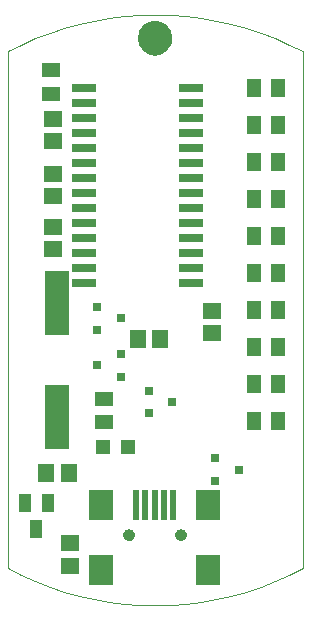
<source format=gts>
G75*
G70*
%OFA0B0*%
%FSLAX24Y24*%
%IPPOS*%
%LPD*%
%AMOC8*
5,1,8,0,0,1.08239X$1,22.5*
%
%ADD10C,0.0010*%
%ADD11C,0.0000*%
%ADD12C,0.1142*%
%ADD13R,0.0473X0.0591*%
%ADD14R,0.0820X0.0260*%
%ADD15R,0.0316X0.0276*%
%ADD16R,0.0237X0.1024*%
%ADD17R,0.0827X0.1024*%
%ADD18C,0.0394*%
%ADD19R,0.0631X0.0552*%
%ADD20R,0.0552X0.0631*%
%ADD21R,0.0800X0.2140*%
%ADD22R,0.0591X0.0473*%
%ADD23R,0.0434X0.0591*%
%ADD24R,0.0512X0.0512*%
D10*
X001794Y001371D02*
X001794Y018596D01*
X001794Y001371D02*
X002251Y001141D01*
X002720Y000934D01*
X003198Y000750D01*
X003685Y000590D01*
X004179Y000453D01*
X004679Y000341D01*
X005183Y000254D01*
X005692Y000191D01*
X006203Y000154D01*
X006715Y000141D01*
X007227Y000154D01*
X007738Y000191D01*
X008247Y000254D01*
X008751Y000341D01*
X009251Y000453D01*
X009745Y000590D01*
X010232Y000750D01*
X010710Y000934D01*
X011179Y001141D01*
X011636Y001371D01*
X011637Y001371D02*
X011637Y018596D01*
X011636Y018596D02*
X011179Y018826D01*
X010710Y019033D01*
X010232Y019217D01*
X009745Y019377D01*
X009251Y019514D01*
X008751Y019626D01*
X008247Y019713D01*
X007738Y019776D01*
X007227Y019813D01*
X006715Y019826D01*
X006203Y019813D01*
X005692Y019776D01*
X005183Y019713D01*
X004679Y019626D01*
X004179Y019514D01*
X003685Y019377D01*
X003198Y019217D01*
X002720Y019033D01*
X002251Y018826D01*
X001794Y018596D01*
D11*
X006143Y019041D02*
X006145Y019088D01*
X006151Y019134D01*
X006161Y019180D01*
X006174Y019225D01*
X006192Y019268D01*
X006213Y019310D01*
X006237Y019350D01*
X006265Y019387D01*
X006296Y019422D01*
X006330Y019455D01*
X006366Y019484D01*
X006405Y019510D01*
X006446Y019533D01*
X006489Y019552D01*
X006533Y019568D01*
X006578Y019580D01*
X006624Y019588D01*
X006671Y019592D01*
X006717Y019592D01*
X006764Y019588D01*
X006810Y019580D01*
X006855Y019568D01*
X006899Y019552D01*
X006942Y019533D01*
X006983Y019510D01*
X007022Y019484D01*
X007058Y019455D01*
X007092Y019422D01*
X007123Y019387D01*
X007151Y019350D01*
X007175Y019310D01*
X007196Y019268D01*
X007214Y019225D01*
X007227Y019180D01*
X007237Y019134D01*
X007243Y019088D01*
X007245Y019041D01*
X007243Y018994D01*
X007237Y018948D01*
X007227Y018902D01*
X007214Y018857D01*
X007196Y018814D01*
X007175Y018772D01*
X007151Y018732D01*
X007123Y018695D01*
X007092Y018660D01*
X007058Y018627D01*
X007022Y018598D01*
X006983Y018572D01*
X006942Y018549D01*
X006899Y018530D01*
X006855Y018514D01*
X006810Y018502D01*
X006764Y018494D01*
X006717Y018490D01*
X006671Y018490D01*
X006624Y018494D01*
X006578Y018502D01*
X006533Y018514D01*
X006489Y018530D01*
X006446Y018549D01*
X006405Y018572D01*
X006366Y018598D01*
X006330Y018627D01*
X006296Y018660D01*
X006265Y018695D01*
X006237Y018732D01*
X006213Y018772D01*
X006192Y018814D01*
X006174Y018857D01*
X006161Y018902D01*
X006151Y018948D01*
X006145Y018994D01*
X006143Y019041D01*
X005651Y002481D02*
X005653Y002507D01*
X005659Y002533D01*
X005669Y002558D01*
X005682Y002581D01*
X005698Y002601D01*
X005718Y002619D01*
X005740Y002634D01*
X005763Y002646D01*
X005789Y002654D01*
X005815Y002658D01*
X005841Y002658D01*
X005867Y002654D01*
X005893Y002646D01*
X005917Y002634D01*
X005938Y002619D01*
X005958Y002601D01*
X005974Y002581D01*
X005987Y002558D01*
X005997Y002533D01*
X006003Y002507D01*
X006005Y002481D01*
X006003Y002455D01*
X005997Y002429D01*
X005987Y002404D01*
X005974Y002381D01*
X005958Y002361D01*
X005938Y002343D01*
X005916Y002328D01*
X005893Y002316D01*
X005867Y002308D01*
X005841Y002304D01*
X005815Y002304D01*
X005789Y002308D01*
X005763Y002316D01*
X005739Y002328D01*
X005718Y002343D01*
X005698Y002361D01*
X005682Y002381D01*
X005669Y002404D01*
X005659Y002429D01*
X005653Y002455D01*
X005651Y002481D01*
X007383Y002481D02*
X007385Y002507D01*
X007391Y002533D01*
X007401Y002558D01*
X007414Y002581D01*
X007430Y002601D01*
X007450Y002619D01*
X007472Y002634D01*
X007495Y002646D01*
X007521Y002654D01*
X007547Y002658D01*
X007573Y002658D01*
X007599Y002654D01*
X007625Y002646D01*
X007649Y002634D01*
X007670Y002619D01*
X007690Y002601D01*
X007706Y002581D01*
X007719Y002558D01*
X007729Y002533D01*
X007735Y002507D01*
X007737Y002481D01*
X007735Y002455D01*
X007729Y002429D01*
X007719Y002404D01*
X007706Y002381D01*
X007690Y002361D01*
X007670Y002343D01*
X007648Y002328D01*
X007625Y002316D01*
X007599Y002308D01*
X007573Y002304D01*
X007547Y002304D01*
X007521Y002308D01*
X007495Y002316D01*
X007471Y002328D01*
X007450Y002343D01*
X007430Y002361D01*
X007414Y002381D01*
X007401Y002404D01*
X007391Y002429D01*
X007385Y002455D01*
X007383Y002481D01*
D12*
X006694Y019041D03*
D13*
X010013Y017366D03*
X010800Y017366D03*
X010800Y016135D03*
X010800Y014905D03*
X010800Y013675D03*
X010800Y012444D03*
X010800Y011214D03*
X010013Y011214D03*
X010013Y012444D03*
X010013Y013675D03*
X010013Y014905D03*
X010013Y016135D03*
X010013Y009984D03*
X010800Y009984D03*
X010800Y008753D03*
X010800Y007523D03*
X010800Y006293D03*
X010013Y006293D03*
X010013Y007523D03*
X010013Y008753D03*
D14*
X007894Y010891D03*
X007894Y011391D03*
X007894Y011891D03*
X007894Y012391D03*
X007894Y012891D03*
X007894Y013391D03*
X007894Y013891D03*
X007894Y014391D03*
X007894Y014891D03*
X007894Y015391D03*
X007894Y015891D03*
X007894Y016391D03*
X007894Y016891D03*
X007894Y017391D03*
X004334Y017391D03*
X004334Y016891D03*
X004334Y016391D03*
X004334Y015891D03*
X004334Y015391D03*
X004334Y014891D03*
X004334Y014391D03*
X004334Y013891D03*
X004334Y013391D03*
X004334Y012891D03*
X004334Y012391D03*
X004334Y011891D03*
X004334Y011391D03*
X004334Y010891D03*
D15*
X004785Y010073D03*
X004785Y009325D03*
X004772Y008134D03*
X005560Y008508D03*
X005560Y007760D03*
X006494Y007284D03*
X006494Y006536D03*
X007282Y006910D03*
X008725Y005027D03*
X008725Y004279D03*
X009513Y004653D03*
X005572Y009699D03*
D16*
X006064Y003465D03*
X006379Y003465D03*
X006694Y003465D03*
X007009Y003465D03*
X007324Y003465D03*
D17*
X008466Y003465D03*
X008466Y001300D03*
X004922Y001300D03*
X004922Y003465D03*
D18*
X005828Y002481D03*
X007560Y002481D03*
D19*
X003874Y002195D03*
X003874Y001447D03*
X008594Y009207D03*
X008594Y009955D03*
X003314Y012007D03*
X003314Y012755D03*
X003314Y013767D03*
X003314Y014515D03*
X003314Y015607D03*
X003314Y016355D03*
D20*
X006140Y009021D03*
X006888Y009021D03*
X003829Y004533D03*
X003081Y004533D03*
D21*
X003434Y006401D03*
X003434Y010201D03*
D22*
X004994Y007015D03*
X004994Y006227D03*
X003234Y017187D03*
X003234Y017975D03*
D23*
X003128Y003534D03*
X002754Y002668D03*
X002380Y003534D03*
D24*
X004981Y005421D03*
X005807Y005421D03*
M02*

</source>
